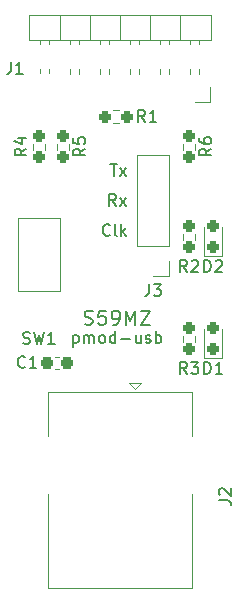
<source format=gto>
G04 #@! TF.GenerationSoftware,KiCad,Pcbnew,7.0.9-7.0.9~ubuntu20.04.1*
G04 #@! TF.CreationDate,2023-12-02T17:13:26+01:00*
G04 #@! TF.ProjectId,kicad-pmod_usb,6b696361-642d-4706-9d6f-645f7573622e,1.0*
G04 #@! TF.SameCoordinates,Original*
G04 #@! TF.FileFunction,Legend,Top*
G04 #@! TF.FilePolarity,Positive*
%FSLAX46Y46*%
G04 Gerber Fmt 4.6, Leading zero omitted, Abs format (unit mm)*
G04 Created by KiCad (PCBNEW 7.0.9-7.0.9~ubuntu20.04.1) date 2023-12-02 17:13:26*
%MOMM*%
%LPD*%
G01*
G04 APERTURE LIST*
G04 Aperture macros list*
%AMRoundRect*
0 Rectangle with rounded corners*
0 $1 Rounding radius*
0 $2 $3 $4 $5 $6 $7 $8 $9 X,Y pos of 4 corners*
0 Add a 4 corners polygon primitive as box body*
4,1,4,$2,$3,$4,$5,$6,$7,$8,$9,$2,$3,0*
0 Add four circle primitives for the rounded corners*
1,1,$1+$1,$2,$3*
1,1,$1+$1,$4,$5*
1,1,$1+$1,$6,$7*
1,1,$1+$1,$8,$9*
0 Add four rect primitives between the rounded corners*
20,1,$1+$1,$2,$3,$4,$5,0*
20,1,$1+$1,$4,$5,$6,$7,0*
20,1,$1+$1,$6,$7,$8,$9,0*
20,1,$1+$1,$8,$9,$2,$3,0*%
G04 Aperture macros list end*
%ADD10C,0.150000*%
%ADD11C,0.180000*%
%ADD12C,0.120000*%
%ADD13RoundRect,0.237500X-0.237500X0.250000X-0.237500X-0.250000X0.237500X-0.250000X0.237500X0.250000X0*%
%ADD14RoundRect,0.237500X0.237500X-0.287500X0.237500X0.287500X-0.237500X0.287500X-0.237500X-0.287500X0*%
%ADD15R,1.700000X1.700000*%
%ADD16O,1.700000X1.700000*%
%ADD17R,1.600000X1.600000*%
%ADD18C,1.600000*%
%ADD19C,4.000000*%
%ADD20RoundRect,0.237500X0.300000X0.237500X-0.300000X0.237500X-0.300000X-0.237500X0.300000X-0.237500X0*%
%ADD21R,1.600000X2.180000*%
%ADD22RoundRect,0.237500X0.237500X-0.250000X0.237500X0.250000X-0.237500X0.250000X-0.237500X-0.250000X0*%
%ADD23RoundRect,0.237500X0.250000X0.237500X-0.250000X0.237500X-0.250000X-0.237500X0.250000X-0.237500X0*%
G04 APERTURE END LIST*
D10*
X112871714Y-87023652D02*
X112871714Y-88023652D01*
X112871714Y-87071271D02*
X112966952Y-87023652D01*
X112966952Y-87023652D02*
X113157428Y-87023652D01*
X113157428Y-87023652D02*
X113252666Y-87071271D01*
X113252666Y-87071271D02*
X113300285Y-87118890D01*
X113300285Y-87118890D02*
X113347904Y-87214128D01*
X113347904Y-87214128D02*
X113347904Y-87499842D01*
X113347904Y-87499842D02*
X113300285Y-87595080D01*
X113300285Y-87595080D02*
X113252666Y-87642700D01*
X113252666Y-87642700D02*
X113157428Y-87690319D01*
X113157428Y-87690319D02*
X112966952Y-87690319D01*
X112966952Y-87690319D02*
X112871714Y-87642700D01*
X113776476Y-87690319D02*
X113776476Y-87023652D01*
X113776476Y-87118890D02*
X113824095Y-87071271D01*
X113824095Y-87071271D02*
X113919333Y-87023652D01*
X113919333Y-87023652D02*
X114062190Y-87023652D01*
X114062190Y-87023652D02*
X114157428Y-87071271D01*
X114157428Y-87071271D02*
X114205047Y-87166509D01*
X114205047Y-87166509D02*
X114205047Y-87690319D01*
X114205047Y-87166509D02*
X114252666Y-87071271D01*
X114252666Y-87071271D02*
X114347904Y-87023652D01*
X114347904Y-87023652D02*
X114490761Y-87023652D01*
X114490761Y-87023652D02*
X114586000Y-87071271D01*
X114586000Y-87071271D02*
X114633619Y-87166509D01*
X114633619Y-87166509D02*
X114633619Y-87690319D01*
X115252666Y-87690319D02*
X115157428Y-87642700D01*
X115157428Y-87642700D02*
X115109809Y-87595080D01*
X115109809Y-87595080D02*
X115062190Y-87499842D01*
X115062190Y-87499842D02*
X115062190Y-87214128D01*
X115062190Y-87214128D02*
X115109809Y-87118890D01*
X115109809Y-87118890D02*
X115157428Y-87071271D01*
X115157428Y-87071271D02*
X115252666Y-87023652D01*
X115252666Y-87023652D02*
X115395523Y-87023652D01*
X115395523Y-87023652D02*
X115490761Y-87071271D01*
X115490761Y-87071271D02*
X115538380Y-87118890D01*
X115538380Y-87118890D02*
X115585999Y-87214128D01*
X115585999Y-87214128D02*
X115585999Y-87499842D01*
X115585999Y-87499842D02*
X115538380Y-87595080D01*
X115538380Y-87595080D02*
X115490761Y-87642700D01*
X115490761Y-87642700D02*
X115395523Y-87690319D01*
X115395523Y-87690319D02*
X115252666Y-87690319D01*
X116443142Y-87690319D02*
X116443142Y-86690319D01*
X116443142Y-87642700D02*
X116347904Y-87690319D01*
X116347904Y-87690319D02*
X116157428Y-87690319D01*
X116157428Y-87690319D02*
X116062190Y-87642700D01*
X116062190Y-87642700D02*
X116014571Y-87595080D01*
X116014571Y-87595080D02*
X115966952Y-87499842D01*
X115966952Y-87499842D02*
X115966952Y-87214128D01*
X115966952Y-87214128D02*
X116014571Y-87118890D01*
X116014571Y-87118890D02*
X116062190Y-87071271D01*
X116062190Y-87071271D02*
X116157428Y-87023652D01*
X116157428Y-87023652D02*
X116347904Y-87023652D01*
X116347904Y-87023652D02*
X116443142Y-87071271D01*
X116919333Y-87309366D02*
X117681238Y-87309366D01*
X118585999Y-87023652D02*
X118585999Y-87690319D01*
X118157428Y-87023652D02*
X118157428Y-87547461D01*
X118157428Y-87547461D02*
X118205047Y-87642700D01*
X118205047Y-87642700D02*
X118300285Y-87690319D01*
X118300285Y-87690319D02*
X118443142Y-87690319D01*
X118443142Y-87690319D02*
X118538380Y-87642700D01*
X118538380Y-87642700D02*
X118585999Y-87595080D01*
X119014571Y-87642700D02*
X119109809Y-87690319D01*
X119109809Y-87690319D02*
X119300285Y-87690319D01*
X119300285Y-87690319D02*
X119395523Y-87642700D01*
X119395523Y-87642700D02*
X119443142Y-87547461D01*
X119443142Y-87547461D02*
X119443142Y-87499842D01*
X119443142Y-87499842D02*
X119395523Y-87404604D01*
X119395523Y-87404604D02*
X119300285Y-87356985D01*
X119300285Y-87356985D02*
X119157428Y-87356985D01*
X119157428Y-87356985D02*
X119062190Y-87309366D01*
X119062190Y-87309366D02*
X119014571Y-87214128D01*
X119014571Y-87214128D02*
X119014571Y-87166509D01*
X119014571Y-87166509D02*
X119062190Y-87071271D01*
X119062190Y-87071271D02*
X119157428Y-87023652D01*
X119157428Y-87023652D02*
X119300285Y-87023652D01*
X119300285Y-87023652D02*
X119395523Y-87071271D01*
X119871714Y-87690319D02*
X119871714Y-86690319D01*
X119871714Y-87071271D02*
X119966952Y-87023652D01*
X119966952Y-87023652D02*
X120157428Y-87023652D01*
X120157428Y-87023652D02*
X120252666Y-87071271D01*
X120252666Y-87071271D02*
X120300285Y-87118890D01*
X120300285Y-87118890D02*
X120347904Y-87214128D01*
X120347904Y-87214128D02*
X120347904Y-87499842D01*
X120347904Y-87499842D02*
X120300285Y-87595080D01*
X120300285Y-87595080D02*
X120252666Y-87642700D01*
X120252666Y-87642700D02*
X120157428Y-87690319D01*
X120157428Y-87690319D02*
X119966952Y-87690319D01*
X119966952Y-87690319D02*
X119871714Y-87642700D01*
D11*
X113843143Y-86083140D02*
X114014572Y-86140282D01*
X114014572Y-86140282D02*
X114300286Y-86140282D01*
X114300286Y-86140282D02*
X114414572Y-86083140D01*
X114414572Y-86083140D02*
X114471714Y-86025997D01*
X114471714Y-86025997D02*
X114528857Y-85911711D01*
X114528857Y-85911711D02*
X114528857Y-85797425D01*
X114528857Y-85797425D02*
X114471714Y-85683140D01*
X114471714Y-85683140D02*
X114414572Y-85625997D01*
X114414572Y-85625997D02*
X114300286Y-85568854D01*
X114300286Y-85568854D02*
X114071714Y-85511711D01*
X114071714Y-85511711D02*
X113957429Y-85454568D01*
X113957429Y-85454568D02*
X113900286Y-85397425D01*
X113900286Y-85397425D02*
X113843143Y-85283140D01*
X113843143Y-85283140D02*
X113843143Y-85168854D01*
X113843143Y-85168854D02*
X113900286Y-85054568D01*
X113900286Y-85054568D02*
X113957429Y-84997425D01*
X113957429Y-84997425D02*
X114071714Y-84940282D01*
X114071714Y-84940282D02*
X114357429Y-84940282D01*
X114357429Y-84940282D02*
X114528857Y-84997425D01*
X115614571Y-84940282D02*
X115043143Y-84940282D01*
X115043143Y-84940282D02*
X114986000Y-85511711D01*
X114986000Y-85511711D02*
X115043143Y-85454568D01*
X115043143Y-85454568D02*
X115157429Y-85397425D01*
X115157429Y-85397425D02*
X115443143Y-85397425D01*
X115443143Y-85397425D02*
X115557429Y-85454568D01*
X115557429Y-85454568D02*
X115614571Y-85511711D01*
X115614571Y-85511711D02*
X115671714Y-85625997D01*
X115671714Y-85625997D02*
X115671714Y-85911711D01*
X115671714Y-85911711D02*
X115614571Y-86025997D01*
X115614571Y-86025997D02*
X115557429Y-86083140D01*
X115557429Y-86083140D02*
X115443143Y-86140282D01*
X115443143Y-86140282D02*
X115157429Y-86140282D01*
X115157429Y-86140282D02*
X115043143Y-86083140D01*
X115043143Y-86083140D02*
X114986000Y-86025997D01*
X116243143Y-86140282D02*
X116471714Y-86140282D01*
X116471714Y-86140282D02*
X116586000Y-86083140D01*
X116586000Y-86083140D02*
X116643143Y-86025997D01*
X116643143Y-86025997D02*
X116757428Y-85854568D01*
X116757428Y-85854568D02*
X116814571Y-85625997D01*
X116814571Y-85625997D02*
X116814571Y-85168854D01*
X116814571Y-85168854D02*
X116757428Y-85054568D01*
X116757428Y-85054568D02*
X116700286Y-84997425D01*
X116700286Y-84997425D02*
X116586000Y-84940282D01*
X116586000Y-84940282D02*
X116357428Y-84940282D01*
X116357428Y-84940282D02*
X116243143Y-84997425D01*
X116243143Y-84997425D02*
X116186000Y-85054568D01*
X116186000Y-85054568D02*
X116128857Y-85168854D01*
X116128857Y-85168854D02*
X116128857Y-85454568D01*
X116128857Y-85454568D02*
X116186000Y-85568854D01*
X116186000Y-85568854D02*
X116243143Y-85625997D01*
X116243143Y-85625997D02*
X116357428Y-85683140D01*
X116357428Y-85683140D02*
X116586000Y-85683140D01*
X116586000Y-85683140D02*
X116700286Y-85625997D01*
X116700286Y-85625997D02*
X116757428Y-85568854D01*
X116757428Y-85568854D02*
X116814571Y-85454568D01*
X117328857Y-86140282D02*
X117328857Y-84940282D01*
X117328857Y-84940282D02*
X117728857Y-85797425D01*
X117728857Y-85797425D02*
X118128857Y-84940282D01*
X118128857Y-84940282D02*
X118128857Y-86140282D01*
X118586000Y-84940282D02*
X119386000Y-84940282D01*
X119386000Y-84940282D02*
X118586000Y-86140282D01*
X118586000Y-86140282D02*
X119386000Y-86140282D01*
D10*
X122515333Y-90307319D02*
X122182000Y-89831128D01*
X121943905Y-90307319D02*
X121943905Y-89307319D01*
X121943905Y-89307319D02*
X122324857Y-89307319D01*
X122324857Y-89307319D02*
X122420095Y-89354938D01*
X122420095Y-89354938D02*
X122467714Y-89402557D01*
X122467714Y-89402557D02*
X122515333Y-89497795D01*
X122515333Y-89497795D02*
X122515333Y-89640652D01*
X122515333Y-89640652D02*
X122467714Y-89735890D01*
X122467714Y-89735890D02*
X122420095Y-89783509D01*
X122420095Y-89783509D02*
X122324857Y-89831128D01*
X122324857Y-89831128D02*
X121943905Y-89831128D01*
X122848667Y-89307319D02*
X123467714Y-89307319D01*
X123467714Y-89307319D02*
X123134381Y-89688271D01*
X123134381Y-89688271D02*
X123277238Y-89688271D01*
X123277238Y-89688271D02*
X123372476Y-89735890D01*
X123372476Y-89735890D02*
X123420095Y-89783509D01*
X123420095Y-89783509D02*
X123467714Y-89878747D01*
X123467714Y-89878747D02*
X123467714Y-90116842D01*
X123467714Y-90116842D02*
X123420095Y-90212080D01*
X123420095Y-90212080D02*
X123372476Y-90259700D01*
X123372476Y-90259700D02*
X123277238Y-90307319D01*
X123277238Y-90307319D02*
X122991524Y-90307319D01*
X122991524Y-90307319D02*
X122896286Y-90259700D01*
X122896286Y-90259700D02*
X122848667Y-90212080D01*
X123975905Y-90307319D02*
X123975905Y-89307319D01*
X123975905Y-89307319D02*
X124214000Y-89307319D01*
X124214000Y-89307319D02*
X124356857Y-89354938D01*
X124356857Y-89354938D02*
X124452095Y-89450176D01*
X124452095Y-89450176D02*
X124499714Y-89545414D01*
X124499714Y-89545414D02*
X124547333Y-89735890D01*
X124547333Y-89735890D02*
X124547333Y-89878747D01*
X124547333Y-89878747D02*
X124499714Y-90069223D01*
X124499714Y-90069223D02*
X124452095Y-90164461D01*
X124452095Y-90164461D02*
X124356857Y-90259700D01*
X124356857Y-90259700D02*
X124214000Y-90307319D01*
X124214000Y-90307319D02*
X123975905Y-90307319D01*
X125499714Y-90307319D02*
X124928286Y-90307319D01*
X125214000Y-90307319D02*
X125214000Y-89307319D01*
X125214000Y-89307319D02*
X125118762Y-89450176D01*
X125118762Y-89450176D02*
X125023524Y-89545414D01*
X125023524Y-89545414D02*
X124928286Y-89593033D01*
X124566819Y-71223166D02*
X124090628Y-71556499D01*
X124566819Y-71794594D02*
X123566819Y-71794594D01*
X123566819Y-71794594D02*
X123566819Y-71413642D01*
X123566819Y-71413642D02*
X123614438Y-71318404D01*
X123614438Y-71318404D02*
X123662057Y-71270785D01*
X123662057Y-71270785D02*
X123757295Y-71223166D01*
X123757295Y-71223166D02*
X123900152Y-71223166D01*
X123900152Y-71223166D02*
X123995390Y-71270785D01*
X123995390Y-71270785D02*
X124043009Y-71318404D01*
X124043009Y-71318404D02*
X124090628Y-71413642D01*
X124090628Y-71413642D02*
X124090628Y-71794594D01*
X123566819Y-70366023D02*
X123566819Y-70556499D01*
X123566819Y-70556499D02*
X123614438Y-70651737D01*
X123614438Y-70651737D02*
X123662057Y-70699356D01*
X123662057Y-70699356D02*
X123804914Y-70794594D01*
X123804914Y-70794594D02*
X123995390Y-70842213D01*
X123995390Y-70842213D02*
X124376342Y-70842213D01*
X124376342Y-70842213D02*
X124471580Y-70794594D01*
X124471580Y-70794594D02*
X124519200Y-70746975D01*
X124519200Y-70746975D02*
X124566819Y-70651737D01*
X124566819Y-70651737D02*
X124566819Y-70461261D01*
X124566819Y-70461261D02*
X124519200Y-70366023D01*
X124519200Y-70366023D02*
X124471580Y-70318404D01*
X124471580Y-70318404D02*
X124376342Y-70270785D01*
X124376342Y-70270785D02*
X124138247Y-70270785D01*
X124138247Y-70270785D02*
X124043009Y-70318404D01*
X124043009Y-70318404D02*
X123995390Y-70366023D01*
X123995390Y-70366023D02*
X123947771Y-70461261D01*
X123947771Y-70461261D02*
X123947771Y-70651737D01*
X123947771Y-70651737D02*
X123995390Y-70746975D01*
X123995390Y-70746975D02*
X124043009Y-70794594D01*
X124043009Y-70794594D02*
X124138247Y-70842213D01*
X108912819Y-71223166D02*
X108436628Y-71556499D01*
X108912819Y-71794594D02*
X107912819Y-71794594D01*
X107912819Y-71794594D02*
X107912819Y-71413642D01*
X107912819Y-71413642D02*
X107960438Y-71318404D01*
X107960438Y-71318404D02*
X108008057Y-71270785D01*
X108008057Y-71270785D02*
X108103295Y-71223166D01*
X108103295Y-71223166D02*
X108246152Y-71223166D01*
X108246152Y-71223166D02*
X108341390Y-71270785D01*
X108341390Y-71270785D02*
X108389009Y-71318404D01*
X108389009Y-71318404D02*
X108436628Y-71413642D01*
X108436628Y-71413642D02*
X108436628Y-71794594D01*
X108246152Y-70366023D02*
X108912819Y-70366023D01*
X107865200Y-70604118D02*
X108579485Y-70842213D01*
X108579485Y-70842213D02*
X108579485Y-70223166D01*
X123975905Y-81671319D02*
X123975905Y-80671319D01*
X123975905Y-80671319D02*
X124214000Y-80671319D01*
X124214000Y-80671319D02*
X124356857Y-80718938D01*
X124356857Y-80718938D02*
X124452095Y-80814176D01*
X124452095Y-80814176D02*
X124499714Y-80909414D01*
X124499714Y-80909414D02*
X124547333Y-81099890D01*
X124547333Y-81099890D02*
X124547333Y-81242747D01*
X124547333Y-81242747D02*
X124499714Y-81433223D01*
X124499714Y-81433223D02*
X124452095Y-81528461D01*
X124452095Y-81528461D02*
X124356857Y-81623700D01*
X124356857Y-81623700D02*
X124214000Y-81671319D01*
X124214000Y-81671319D02*
X123975905Y-81671319D01*
X124928286Y-80766557D02*
X124975905Y-80718938D01*
X124975905Y-80718938D02*
X125071143Y-80671319D01*
X125071143Y-80671319D02*
X125309238Y-80671319D01*
X125309238Y-80671319D02*
X125404476Y-80718938D01*
X125404476Y-80718938D02*
X125452095Y-80766557D01*
X125452095Y-80766557D02*
X125499714Y-80861795D01*
X125499714Y-80861795D02*
X125499714Y-80957033D01*
X125499714Y-80957033D02*
X125452095Y-81099890D01*
X125452095Y-81099890D02*
X124880667Y-81671319D01*
X124880667Y-81671319D02*
X125499714Y-81671319D01*
X107616666Y-63907319D02*
X107616666Y-64621604D01*
X107616666Y-64621604D02*
X107569047Y-64764461D01*
X107569047Y-64764461D02*
X107473809Y-64859700D01*
X107473809Y-64859700D02*
X107330952Y-64907319D01*
X107330952Y-64907319D02*
X107235714Y-64907319D01*
X108616666Y-64907319D02*
X108045238Y-64907319D01*
X108330952Y-64907319D02*
X108330952Y-63907319D01*
X108330952Y-63907319D02*
X108235714Y-64050176D01*
X108235714Y-64050176D02*
X108140476Y-64145414D01*
X108140476Y-64145414D02*
X108045238Y-64193033D01*
X125214819Y-100987833D02*
X125929104Y-100987833D01*
X125929104Y-100987833D02*
X126071961Y-101035452D01*
X126071961Y-101035452D02*
X126167200Y-101130690D01*
X126167200Y-101130690D02*
X126214819Y-101273547D01*
X126214819Y-101273547D02*
X126214819Y-101368785D01*
X125310057Y-100559261D02*
X125262438Y-100511642D01*
X125262438Y-100511642D02*
X125214819Y-100416404D01*
X125214819Y-100416404D02*
X125214819Y-100178309D01*
X125214819Y-100178309D02*
X125262438Y-100083071D01*
X125262438Y-100083071D02*
X125310057Y-100035452D01*
X125310057Y-100035452D02*
X125405295Y-99987833D01*
X125405295Y-99987833D02*
X125500533Y-99987833D01*
X125500533Y-99987833D02*
X125643390Y-100035452D01*
X125643390Y-100035452D02*
X126214819Y-100606880D01*
X126214819Y-100606880D02*
X126214819Y-99987833D01*
X108799333Y-89704080D02*
X108751714Y-89751700D01*
X108751714Y-89751700D02*
X108608857Y-89799319D01*
X108608857Y-89799319D02*
X108513619Y-89799319D01*
X108513619Y-89799319D02*
X108370762Y-89751700D01*
X108370762Y-89751700D02*
X108275524Y-89656461D01*
X108275524Y-89656461D02*
X108227905Y-89561223D01*
X108227905Y-89561223D02*
X108180286Y-89370747D01*
X108180286Y-89370747D02*
X108180286Y-89227890D01*
X108180286Y-89227890D02*
X108227905Y-89037414D01*
X108227905Y-89037414D02*
X108275524Y-88942176D01*
X108275524Y-88942176D02*
X108370762Y-88846938D01*
X108370762Y-88846938D02*
X108513619Y-88799319D01*
X108513619Y-88799319D02*
X108608857Y-88799319D01*
X108608857Y-88799319D02*
X108751714Y-88846938D01*
X108751714Y-88846938D02*
X108799333Y-88894557D01*
X109751714Y-89799319D02*
X109180286Y-89799319D01*
X109466000Y-89799319D02*
X109466000Y-88799319D01*
X109466000Y-88799319D02*
X109370762Y-88942176D01*
X109370762Y-88942176D02*
X109275524Y-89037414D01*
X109275524Y-89037414D02*
X109180286Y-89085033D01*
X113898819Y-71223166D02*
X113422628Y-71556499D01*
X113898819Y-71794594D02*
X112898819Y-71794594D01*
X112898819Y-71794594D02*
X112898819Y-71413642D01*
X112898819Y-71413642D02*
X112946438Y-71318404D01*
X112946438Y-71318404D02*
X112994057Y-71270785D01*
X112994057Y-71270785D02*
X113089295Y-71223166D01*
X113089295Y-71223166D02*
X113232152Y-71223166D01*
X113232152Y-71223166D02*
X113327390Y-71270785D01*
X113327390Y-71270785D02*
X113375009Y-71318404D01*
X113375009Y-71318404D02*
X113422628Y-71413642D01*
X113422628Y-71413642D02*
X113422628Y-71794594D01*
X112898819Y-70318404D02*
X112898819Y-70794594D01*
X112898819Y-70794594D02*
X113375009Y-70842213D01*
X113375009Y-70842213D02*
X113327390Y-70794594D01*
X113327390Y-70794594D02*
X113279771Y-70699356D01*
X113279771Y-70699356D02*
X113279771Y-70461261D01*
X113279771Y-70461261D02*
X113327390Y-70366023D01*
X113327390Y-70366023D02*
X113375009Y-70318404D01*
X113375009Y-70318404D02*
X113470247Y-70270785D01*
X113470247Y-70270785D02*
X113708342Y-70270785D01*
X113708342Y-70270785D02*
X113803580Y-70318404D01*
X113803580Y-70318404D02*
X113851200Y-70366023D01*
X113851200Y-70366023D02*
X113898819Y-70461261D01*
X113898819Y-70461261D02*
X113898819Y-70699356D01*
X113898819Y-70699356D02*
X113851200Y-70794594D01*
X113851200Y-70794594D02*
X113803580Y-70842213D01*
X119300666Y-82703319D02*
X119300666Y-83417604D01*
X119300666Y-83417604D02*
X119253047Y-83560461D01*
X119253047Y-83560461D02*
X119157809Y-83655700D01*
X119157809Y-83655700D02*
X119014952Y-83703319D01*
X119014952Y-83703319D02*
X118919714Y-83703319D01*
X119681619Y-82703319D02*
X120300666Y-82703319D01*
X120300666Y-82703319D02*
X119967333Y-83084271D01*
X119967333Y-83084271D02*
X120110190Y-83084271D01*
X120110190Y-83084271D02*
X120205428Y-83131890D01*
X120205428Y-83131890D02*
X120253047Y-83179509D01*
X120253047Y-83179509D02*
X120300666Y-83274747D01*
X120300666Y-83274747D02*
X120300666Y-83512842D01*
X120300666Y-83512842D02*
X120253047Y-83608080D01*
X120253047Y-83608080D02*
X120205428Y-83655700D01*
X120205428Y-83655700D02*
X120110190Y-83703319D01*
X120110190Y-83703319D02*
X119824476Y-83703319D01*
X119824476Y-83703319D02*
X119729238Y-83655700D01*
X119729238Y-83655700D02*
X119681619Y-83608080D01*
X116027125Y-72543319D02*
X116598553Y-72543319D01*
X116312839Y-73543319D02*
X116312839Y-72543319D01*
X116836649Y-73543319D02*
X117360458Y-72876652D01*
X116836649Y-72876652D02*
X117360458Y-73543319D01*
X116503315Y-76083319D02*
X116169982Y-75607128D01*
X115931887Y-76083319D02*
X115931887Y-75083319D01*
X115931887Y-75083319D02*
X116312839Y-75083319D01*
X116312839Y-75083319D02*
X116408077Y-75130938D01*
X116408077Y-75130938D02*
X116455696Y-75178557D01*
X116455696Y-75178557D02*
X116503315Y-75273795D01*
X116503315Y-75273795D02*
X116503315Y-75416652D01*
X116503315Y-75416652D02*
X116455696Y-75511890D01*
X116455696Y-75511890D02*
X116408077Y-75559509D01*
X116408077Y-75559509D02*
X116312839Y-75607128D01*
X116312839Y-75607128D02*
X115931887Y-75607128D01*
X116836649Y-76083319D02*
X117360458Y-75416652D01*
X116836649Y-75416652D02*
X117360458Y-76083319D01*
X115979505Y-78528080D02*
X115931886Y-78575700D01*
X115931886Y-78575700D02*
X115789029Y-78623319D01*
X115789029Y-78623319D02*
X115693791Y-78623319D01*
X115693791Y-78623319D02*
X115550934Y-78575700D01*
X115550934Y-78575700D02*
X115455696Y-78480461D01*
X115455696Y-78480461D02*
X115408077Y-78385223D01*
X115408077Y-78385223D02*
X115360458Y-78194747D01*
X115360458Y-78194747D02*
X115360458Y-78051890D01*
X115360458Y-78051890D02*
X115408077Y-77861414D01*
X115408077Y-77861414D02*
X115455696Y-77766176D01*
X115455696Y-77766176D02*
X115550934Y-77670938D01*
X115550934Y-77670938D02*
X115693791Y-77623319D01*
X115693791Y-77623319D02*
X115789029Y-77623319D01*
X115789029Y-77623319D02*
X115931886Y-77670938D01*
X115931886Y-77670938D02*
X115979505Y-77718557D01*
X116550934Y-78623319D02*
X116455696Y-78575700D01*
X116455696Y-78575700D02*
X116408077Y-78480461D01*
X116408077Y-78480461D02*
X116408077Y-77623319D01*
X116931887Y-78623319D02*
X116931887Y-77623319D01*
X117027125Y-78242366D02*
X117312839Y-78623319D01*
X117312839Y-77956652D02*
X116931887Y-78337604D01*
X108648667Y-87719700D02*
X108791524Y-87767319D01*
X108791524Y-87767319D02*
X109029619Y-87767319D01*
X109029619Y-87767319D02*
X109124857Y-87719700D01*
X109124857Y-87719700D02*
X109172476Y-87672080D01*
X109172476Y-87672080D02*
X109220095Y-87576842D01*
X109220095Y-87576842D02*
X109220095Y-87481604D01*
X109220095Y-87481604D02*
X109172476Y-87386366D01*
X109172476Y-87386366D02*
X109124857Y-87338747D01*
X109124857Y-87338747D02*
X109029619Y-87291128D01*
X109029619Y-87291128D02*
X108839143Y-87243509D01*
X108839143Y-87243509D02*
X108743905Y-87195890D01*
X108743905Y-87195890D02*
X108696286Y-87148271D01*
X108696286Y-87148271D02*
X108648667Y-87053033D01*
X108648667Y-87053033D02*
X108648667Y-86957795D01*
X108648667Y-86957795D02*
X108696286Y-86862557D01*
X108696286Y-86862557D02*
X108743905Y-86814938D01*
X108743905Y-86814938D02*
X108839143Y-86767319D01*
X108839143Y-86767319D02*
X109077238Y-86767319D01*
X109077238Y-86767319D02*
X109220095Y-86814938D01*
X109553429Y-86767319D02*
X109791524Y-87767319D01*
X109791524Y-87767319D02*
X109982000Y-87053033D01*
X109982000Y-87053033D02*
X110172476Y-87767319D01*
X110172476Y-87767319D02*
X110410572Y-86767319D01*
X111315333Y-87767319D02*
X110743905Y-87767319D01*
X111029619Y-87767319D02*
X111029619Y-86767319D01*
X111029619Y-86767319D02*
X110934381Y-86910176D01*
X110934381Y-86910176D02*
X110839143Y-87005414D01*
X110839143Y-87005414D02*
X110743905Y-87053033D01*
X122515333Y-81671319D02*
X122182000Y-81195128D01*
X121943905Y-81671319D02*
X121943905Y-80671319D01*
X121943905Y-80671319D02*
X122324857Y-80671319D01*
X122324857Y-80671319D02*
X122420095Y-80718938D01*
X122420095Y-80718938D02*
X122467714Y-80766557D01*
X122467714Y-80766557D02*
X122515333Y-80861795D01*
X122515333Y-80861795D02*
X122515333Y-81004652D01*
X122515333Y-81004652D02*
X122467714Y-81099890D01*
X122467714Y-81099890D02*
X122420095Y-81147509D01*
X122420095Y-81147509D02*
X122324857Y-81195128D01*
X122324857Y-81195128D02*
X121943905Y-81195128D01*
X122896286Y-80766557D02*
X122943905Y-80718938D01*
X122943905Y-80718938D02*
X123039143Y-80671319D01*
X123039143Y-80671319D02*
X123277238Y-80671319D01*
X123277238Y-80671319D02*
X123372476Y-80718938D01*
X123372476Y-80718938D02*
X123420095Y-80766557D01*
X123420095Y-80766557D02*
X123467714Y-80861795D01*
X123467714Y-80861795D02*
X123467714Y-80957033D01*
X123467714Y-80957033D02*
X123420095Y-81099890D01*
X123420095Y-81099890D02*
X122848667Y-81671319D01*
X122848667Y-81671319D02*
X123467714Y-81671319D01*
X118959333Y-68971319D02*
X118626000Y-68495128D01*
X118387905Y-68971319D02*
X118387905Y-67971319D01*
X118387905Y-67971319D02*
X118768857Y-67971319D01*
X118768857Y-67971319D02*
X118864095Y-68018938D01*
X118864095Y-68018938D02*
X118911714Y-68066557D01*
X118911714Y-68066557D02*
X118959333Y-68161795D01*
X118959333Y-68161795D02*
X118959333Y-68304652D01*
X118959333Y-68304652D02*
X118911714Y-68399890D01*
X118911714Y-68399890D02*
X118864095Y-68447509D01*
X118864095Y-68447509D02*
X118768857Y-68495128D01*
X118768857Y-68495128D02*
X118387905Y-68495128D01*
X119911714Y-68971319D02*
X119340286Y-68971319D01*
X119626000Y-68971319D02*
X119626000Y-67971319D01*
X119626000Y-67971319D02*
X119530762Y-68114176D01*
X119530762Y-68114176D02*
X119435524Y-68209414D01*
X119435524Y-68209414D02*
X119340286Y-68257033D01*
D12*
X123204500Y-87057776D02*
X123204500Y-87567224D01*
X122159500Y-87057776D02*
X122159500Y-87567224D01*
X123979000Y-88972500D02*
X125449000Y-88972500D01*
X125449000Y-88972500D02*
X125449000Y-86512500D01*
X123979000Y-86512500D02*
X123979000Y-88972500D01*
X123204500Y-70801776D02*
X123204500Y-71311224D01*
X122159500Y-70801776D02*
X122159500Y-71311224D01*
X110504500Y-70801776D02*
X110504500Y-71311224D01*
X109459500Y-70801776D02*
X109459500Y-71311224D01*
X123979000Y-77876500D02*
X123979000Y-80336500D01*
X125449000Y-80336500D02*
X125449000Y-77876500D01*
X123979000Y-80336500D02*
X125449000Y-80336500D01*
X124460000Y-67246500D02*
X123190000Y-67246500D01*
X124460000Y-67246500D02*
X124460000Y-65976500D01*
X112650000Y-64933571D02*
X112650000Y-64479429D01*
X113410000Y-64933571D02*
X113410000Y-64479429D01*
X115190000Y-64933571D02*
X115190000Y-64479429D01*
X115950000Y-64933571D02*
X115950000Y-64479429D01*
X117730000Y-64933571D02*
X117730000Y-64479429D01*
X118490000Y-64933571D02*
X118490000Y-64479429D01*
X120270000Y-64933571D02*
X120270000Y-64479429D01*
X121030000Y-64933571D02*
X121030000Y-64479429D01*
X122810000Y-64933571D02*
X122810000Y-64479429D01*
X123570000Y-64933571D02*
X123570000Y-64479429D01*
X110110000Y-64866500D02*
X110110000Y-64479429D01*
X110870000Y-64866500D02*
X110870000Y-64479429D01*
X110110000Y-62393571D02*
X110110000Y-61996500D01*
X110870000Y-62393571D02*
X110870000Y-61996500D01*
X112650000Y-62393571D02*
X112650000Y-61996500D01*
X113410000Y-62393571D02*
X113410000Y-61996500D01*
X115190000Y-62393571D02*
X115190000Y-61996500D01*
X115950000Y-62393571D02*
X115950000Y-61996500D01*
X117730000Y-62393571D02*
X117730000Y-61996500D01*
X118490000Y-62393571D02*
X118490000Y-61996500D01*
X120270000Y-62393571D02*
X120270000Y-61996500D01*
X121030000Y-62393571D02*
X121030000Y-61996500D01*
X122810000Y-62393571D02*
X122810000Y-61996500D01*
X123570000Y-62393571D02*
X123570000Y-61996500D01*
X109160000Y-61996500D02*
X124520000Y-61996500D01*
X111760000Y-61996500D02*
X111760000Y-59880500D01*
X114300000Y-61996500D02*
X114300000Y-59880500D01*
X116840000Y-61996500D02*
X116840000Y-59880500D01*
X119380000Y-61996500D02*
X119380000Y-59880500D01*
X121920000Y-61996500D02*
X121920000Y-59880500D01*
X124520000Y-61996500D02*
X124520000Y-59880500D01*
X109160000Y-59880500D02*
X109160000Y-61996500D01*
X124520000Y-59880500D02*
X109160000Y-59880500D01*
X118610000Y-91104500D02*
X117610000Y-91104500D01*
X117610000Y-91104500D02*
X118110000Y-91604500D01*
X118110000Y-91604500D02*
X118610000Y-91104500D01*
X122970000Y-91804500D02*
X122970000Y-95554500D01*
X110750000Y-91804500D02*
X122970000Y-91804500D01*
X110750000Y-91804500D02*
X110750000Y-95554500D01*
X122970000Y-108424500D02*
X122970000Y-100454500D01*
X110750000Y-108424500D02*
X110750000Y-100454500D01*
X110750000Y-108424500D02*
X122970000Y-108424500D01*
X111652267Y-89854500D02*
X111359733Y-89854500D01*
X111652267Y-88834500D02*
X111359733Y-88834500D01*
X112536500Y-70801776D02*
X112536500Y-71311224D01*
X111491500Y-70801776D02*
X111491500Y-71311224D01*
X120964000Y-82038500D02*
X119634000Y-82038500D01*
X120964000Y-80708500D02*
X120964000Y-82038500D01*
X120964000Y-79438500D02*
X120964000Y-71758500D01*
X120964000Y-79438500D02*
X118304000Y-79438500D01*
X120964000Y-71758500D02*
X118304000Y-71758500D01*
X118304000Y-79438500D02*
X118304000Y-71758500D01*
X108172000Y-83260500D02*
X108172000Y-77140500D01*
X111792000Y-83260500D02*
X108172000Y-83260500D01*
X108172000Y-77140500D02*
X111792000Y-77140500D01*
X111792000Y-77140500D02*
X111792000Y-83260500D01*
X122159500Y-78931224D02*
X122159500Y-78421776D01*
X123204500Y-78931224D02*
X123204500Y-78421776D01*
X116737224Y-69039000D02*
X116227776Y-69039000D01*
X116737224Y-67994000D02*
X116227776Y-67994000D01*
%LPC*%
D13*
X122682000Y-86400000D03*
X122682000Y-88225000D03*
D14*
X124714000Y-88187500D03*
X124714000Y-86437500D03*
D13*
X122682000Y-70144000D03*
X122682000Y-71969000D03*
X109982000Y-70144000D03*
X109982000Y-71969000D03*
D14*
X124714000Y-77801500D03*
X124714000Y-79551500D03*
D15*
X123190000Y-65976500D03*
D16*
X123190000Y-63436500D03*
X120650000Y-65976500D03*
X120650000Y-63436500D03*
X118110000Y-65976500D03*
X118110000Y-63436500D03*
X115570000Y-65976500D03*
X115570000Y-63436500D03*
X113030000Y-65976500D03*
X113030000Y-63436500D03*
X110490000Y-65976500D03*
X110490000Y-63436500D03*
D17*
X118110000Y-93154500D03*
D18*
X115610000Y-93154500D03*
X115610000Y-95154500D03*
X118110000Y-95154500D03*
D19*
X122860000Y-98014500D03*
X110860000Y-98014500D03*
D20*
X112368500Y-89344500D03*
X110643500Y-89344500D03*
D13*
X112014000Y-70144000D03*
X112014000Y-71969000D03*
D15*
X119634000Y-80708500D03*
D16*
X119634000Y-78168500D03*
X119634000Y-75628500D03*
X119634000Y-73088500D03*
D21*
X109982000Y-84790500D03*
X109982000Y-75610500D03*
D22*
X122682000Y-79589000D03*
X122682000Y-77764000D03*
D23*
X117395000Y-68516500D03*
X115570000Y-68516500D03*
%LPD*%
M02*

</source>
